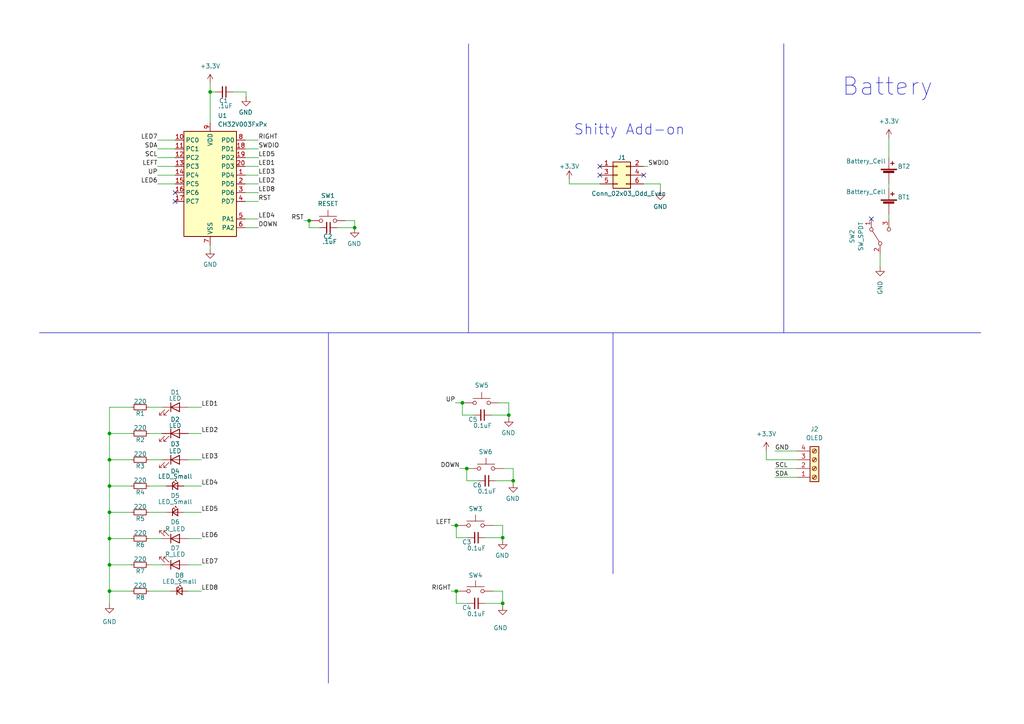
<source format=kicad_sch>
(kicad_sch (version 20231120) (generator "eeschema") (generator_version "8.0")
  (paper "A4")
  (title_block (title "bsides-sandiego") (date "2024-12-16") (rev "v1.0") (company "ElectronicCats") (comment 1 "Lizeth Gallegos") (comment 2 "Edgar Capuchino"))
  (lib_symbols
    (symbol "Connector:Screw_Terminal_01x04" (pin_names (offset 1.016) hide)
      (property "Reference" "J" (at 0 5.08 0))
      (property "Value" "Screw_Terminal_01x04" (at 0 -7.62 0))
      (symbol "Screw_Terminal_01x04_1_1"
        (rectangle (start -1.27 3.81) (end 1.27 -6.35) (stroke (width 0.254)) (fill (type background)))
        (circle (center 0 -5.08) (radius 0.635) (stroke (width 0.1524)))
        (circle (center 0 -2.54) (radius 0.635) (stroke (width 0.1524)))
        (polyline (pts (xy -0.5334 -4.7498) (xy 0.3302 -5.588)) (stroke (width 0.1524)))
        (polyline (pts (xy -0.5334 -2.2098) (xy 0.3302 -3.048)) (stroke (width 0.1524)))
        (polyline (pts (xy -0.5334 0.3302) (xy 0.3302 -0.508)) (stroke (width 0.1524)))
        (polyline (pts (xy -0.5334 2.8702) (xy 0.3302 2.032)) (stroke (width 0.1524)))
        (polyline (pts (xy -0.3556 -4.572) (xy 0.508 -5.4102)) (stroke (width 0.1524)))
        (polyline (pts (xy -0.3556 -2.032) (xy 0.508 -2.8702)) (stroke (width 0.1524)))
        (polyline (pts (xy -0.3556 0.508) (xy 0.508 -0.3302)) (stroke (width 0.1524)))
        (polyline (pts (xy -0.3556 3.048) (xy 0.508 2.2098)) (stroke (width 0.1524)))
        (circle (center 0 0) (radius 0.635) (stroke (width 0.1524)))
        (circle (center 0 2.54) (radius 0.635) (stroke (width 0.1524)))
        (pin passive line (at -5.08 2.54 0) (length 3.81) (name "Pin_1") (number "1"))
        (pin passive line (at -5.08 0 0) (length 3.81) (name "Pin_2") (number "2"))
        (pin passive line (at -5.08 -2.54 0) (length 3.81) (name "Pin_3") (number "3"))
        (pin passive line (at -5.08 -5.08 0) (length 3.81) (name "Pin_4") (number "4"))
      )
    )
    (symbol "Connector_Generic:Conn_02x03_Odd_Even" (pin_names (offset 1.016) hide)
      (property "Reference" "J" (at 1.27 5.08 0))
      (property "Value" "Conn_02x03_Odd_Even" (at 1.27 -5.08 0))
      (symbol "Conn_02x03_Odd_Even_1_1"
        (rectangle (start -1.27 -2.413) (end 0 -2.667) (stroke (width 0.1524)))
        (rectangle (start -1.27 0.127) (end 0 -0.127) (stroke (width 0.1524)))
        (rectangle (start -1.27 2.667) (end 0 2.413) (stroke (width 0.1524)))
        (rectangle (start -1.27 3.81) (end 3.81 -3.81) (stroke (width 0.254)) (fill (type background)))
        (rectangle (start 3.81 -2.413) (end 2.54 -2.667) (stroke (width 0.1524)))
        (rectangle (start 3.81 0.127) (end 2.54 -0.127) (stroke (width 0.1524)))
        (rectangle (start 3.81 2.667) (end 2.54 2.413) (stroke (width 0.1524)))
        (pin passive line (at -5.08 2.54 0) (length 3.81) (name "Pin_1") (number "1"))
        (pin passive line (at 7.62 2.54 180) (length 3.81) (name "Pin_2") (number "2"))
        (pin passive line (at -5.08 0 0) (length 3.81) (name "Pin_3") (number "3"))
        (pin passive line (at 7.62 0 180) (length 3.81) (name "Pin_4") (number "4"))
        (pin passive line (at -5.08 -2.54 0) (length 3.81) (name "Pin_5") (number "5"))
        (pin passive line (at 7.62 -2.54 180) (length 3.81) (name "Pin_6") (number "6"))
      )
    )
    (symbol "Device:Battery_Cell" (pin_numbers hide) (pin_names (offset 0) hide)
      (property "Reference" "BT1" (at 2.54 2.54 0))
      (property "Value" "Battery_Cell" (at -12.446 4.064 0))
      (symbol "Battery_Cell_0_1"
        (rectangle (start -2.286 1.778) (end 2.286 1.524) (fill (type outline)))
        (rectangle (start -1.5748 1.1938) (end 1.4732 0.6858) (fill (type outline)))
        (polyline (pts (xy 0 0.762) (xy 0 0)))
        (polyline (pts (xy 0 1.778) (xy 0 2.54)))
        (polyline (pts (xy 0.508 3.429) (xy 1.524 3.429)) (stroke (width 0.254)))
        (polyline (pts (xy 1.016 3.937) (xy 1.016 2.921)) (stroke (width 0.254)))
      )
      (symbol "Battery_Cell_1_1"
        (pin passive line (at 0 -2.54 90) (length 2.54) (name "-") (number "1"))
        (pin passive line (at 0 5.08 270) (length 2.54) (name "+") (number "2"))
      )
    )
    (symbol "Device:C_Small" (pin_numbers hide) (pin_names (offset 0.254) hide)
      (property "Reference" "C" (at 0.254 1.778 0))
      (property "Value" "C_Small" (at 0.254 -2.032 0))
      (symbol "C_Small_0_1"
        (polyline (pts (xy -1.524 -0.508) (xy 1.524 -0.508)) (stroke (width 0.3302)))
        (polyline (pts (xy -1.524 0.508) (xy 1.524 0.508)) (stroke (width 0.3048)))
      )
      (symbol "C_Small_1_1"
        (pin passive line (at 0 2.54 270) (length 2.032) (name "~") (number "1"))
        (pin passive line (at 0 -2.54 90) (length 2.032) (name "~") (number "2"))
      )
    )
    (symbol "Device:LED" (pin_numbers hide) (pin_names (offset 1.016) hide)
      (property "Reference" "D" (at 0 2.54 0))
      (property "Value" "LED" (at 0 -2.54 0))
      (symbol "LED_0_1"
        (polyline (pts (xy -1.27 -1.27) (xy -1.27 1.27)) (stroke (width 0.254)))
        (polyline (pts (xy -1.27 0) (xy 1.27 0)))
        (polyline (pts (xy 1.27 -1.27) (xy 1.27 1.27) (xy -1.27 0) (xy 1.27 -1.27)) (stroke (width 0.254)))
        (polyline (pts (xy -3.048 -0.762) (xy -4.572 -2.286) (xy -3.81 -2.286) (xy -4.572 -2.286) (xy -4.572 -1.524)))
        (polyline (pts (xy -1.778 -0.762) (xy -3.302 -2.286) (xy -2.54 -2.286) (xy -3.302 -2.286) (xy -3.302 -1.524)))
      )
      (symbol "LED_1_1"
        (pin passive line (at -3.81 0 0) (length 2.54) (name "K") (number "1"))
        (pin passive line (at 3.81 0 180) (length 2.54) (name "A") (number "2"))
      )
    )
    (symbol "Device:LED_Small" (pin_numbers hide) (pin_names (offset 0.254) hide)
      (property "Reference" "D" (at -1.27 3.175 0))
      (property "Value" "LED_Small" (at -4.445 -2.54 0))
      (symbol "LED_Small_0_1"
        (polyline (pts (xy -0.762 -1.016) (xy -0.762 1.016)) (stroke (width 0.254)))
        (polyline (pts (xy 1.016 0) (xy -0.762 0)))
        (polyline (pts (xy 0.762 -1.016) (xy -0.762 0) (xy 0.762 1.016) (xy 0.762 -1.016)) (stroke (width 0.254)))
        (polyline (pts (xy 0 0.762) (xy -0.508 1.27) (xy -0.254 1.27) (xy -0.508 1.27) (xy -0.508 1.016)))
        (polyline (pts (xy 0.508 1.27) (xy 0 1.778) (xy 0.254 1.778) (xy 0 1.778) (xy 0 1.524)))
      )
      (symbol "LED_Small_1_1"
        (pin passive line (at -2.54 0 0) (length 1.778) (name "K") (number "1"))
        (pin passive line (at 2.54 0 180) (length 1.778) (name "A") (number "2"))
      )
    )
    (symbol "Device:R_Small" (pin_numbers hide) (pin_names (offset 0.254) hide)
      (property "Reference" "R" (at 0.762 0.508 0))
      (property "Value" "R_Small" (at 0.762 -1.016 0))
      (symbol "R_Small_0_1"
        (rectangle (start -0.762 1.778) (end 0.762 -1.778) (stroke (width 0.2032)))
      )
      (symbol "R_Small_1_1"
        (pin passive line (at 0 2.54 270) (length 0.762) (name "~") (number "1"))
        (pin passive line (at 0 -2.54 90) (length 0.762) (name "~") (number "2"))
      )
    )
    (symbol "MCU_WCH_CH32V0:CH32V003FxPx"
      (property "Reference" "U" (at -7.62 17.78 0))
      (property "Value" "CH32V003FxPx" (at 7.62 17.78 0))
      (symbol "CH32V003FxPx_1_1"
        (rectangle (start -7.62 15.24) (end 7.62 -15.24) (stroke (width 0.254)) (fill (type background)))
        (pin bidirectional line (at 10.16 2.54 180) (length 2.54) (name "PD4") (number "1"))
        (pin bidirectional line (at -10.16 12.7 0) (length 2.54) (name "PC0") (number "10"))
        (pin bidirectional line (at -10.16 10.16 0) (length 2.54) (name "PC1") (number "11"))
        (pin bidirectional line (at -10.16 7.62 0) (length 2.54) (name "PC2") (number "12"))
        (pin bidirectional line (at -10.16 5.08 0) (length 2.54) (name "PC3") (number "13"))
        (pin bidirectional line (at -10.16 2.54 0) (length 2.54) (name "PC4") (number "14"))
        (pin bidirectional line (at -10.16 0 0) (length 2.54) (name "PC5") (number "15"))
        (pin bidirectional line (at -10.16 -2.54 0) (length 2.54) (name "PC6") (number "16"))
        (pin bidirectional line (at -10.16 -5.08 0) (length 2.54) (name "PC7") (number "17"))
        (pin bidirectional line (at 10.16 10.16 180) (length 2.54) (name "PD1") (number "18"))
        (pin bidirectional line (at 10.16 7.62 180) (length 2.54) (name "PD2") (number "19"))
        (pin bidirectional line (at 10.16 0 180) (length 2.54) (name "PD5") (number "2"))
        (pin bidirectional line (at 10.16 5.08 180) (length 2.54) (name "PD3") (number "20"))
        (pin bidirectional line (at 10.16 -2.54 180) (length 2.54) (name "PD6") (number "3"))
        (pin bidirectional line (at 10.16 -5.08 180) (length 2.54) (name "PD7") (number "4"))
        (pin bidirectional line (at 10.16 -10.16 180) (length 2.54) (name "PA1") (number "5"))
        (pin bidirectional line (at 10.16 -12.7 180) (length 2.54) (name "PA2") (number "6"))
        (pin power_in line (at 0 -17.78 90) (length 2.54) (name "VSS") (number "7"))
        (pin bidirectional line (at 10.16 12.7 180) (length 2.54) (name "PD0") (number "8"))
        (pin power_in line (at 0 17.78 270) (length 2.54) (name "VDD") (number "9"))
      )
    )
    (symbol "Switch:SW_Push" (pin_numbers hide) (pin_names (offset 1.016) hide)
      (property "Reference" "SW" (at 1.27 2.54 0))
      (property "Value" "SW_Push" (at 0 -1.524 0))
      (symbol "SW_Push_0_1"
        (circle (center -2.032 0) (radius 0.508))
        (polyline (pts (xy 0 1.27) (xy 0 3.048)))
        (polyline (pts (xy 2.54 1.27) (xy -2.54 1.27)))
        (circle (center 2.032 0) (radius 0.508))
        (pin passive line (at -5.08 0 0) (length 2.54) (name "1") (number "1"))
        (pin passive line (at 5.08 0 180) (length 2.54) (name "2") (number "2"))
      )
    )
    (symbol "Switch:SW_SPDT" (pin_names (offset 0) hide)
      (property "Reference" "SW" (at 0 4.318 0))
      (property "Value" "SW_SPDT" (at 0 -5.08 0))
      (symbol "SW_SPDT_0_0"
        (circle (center -2.032 0) (radius 0.508))
        (circle (center 2.032 -2.54) (radius 0.508))
      )
      (symbol "SW_SPDT_0_1"
        (polyline (pts (xy -1.524 0.254) (xy 1.651 2.286)))
        (circle (center 2.032 2.54) (radius 0.508))
      )
      (symbol "SW_SPDT_1_1"
        (pin passive line (at 5.08 2.54 180) (length 2.54) (name "A") (number "1"))
        (pin passive line (at -5.08 0 0) (length 2.54) (name "B") (number "2"))
        (pin passive line (at 5.08 -2.54 180) (length 2.54) (name "C") (number "3"))
      )
    )
    (symbol "power:+3.3V" (power) (pin_names (offset 0))
      (property "Value" "+3.3V" (at 0 3.556 0))
      (symbol "+3.3V_0_1"
        (polyline (pts (xy -0.762 1.27) (xy 0 2.54)))
        (polyline (pts (xy 0 0) (xy 0 2.54)))
        (polyline (pts (xy 0 2.54) (xy 0.762 1.27)))
      )
      (symbol "+3.3V_1_1"
        (pin power_in line (at 0 0 90) (length 0) hide (name "+3.3V") (number "1"))
      )
    )
    (symbol "power:GND" (power) (pin_numbers hide) (pin_names (offset 0) hide)
      (property "Value" "GND" (at 0 -3.81 0))
      (symbol "GND_0_1"
        (polyline (pts (xy 0 0) (xy 0 -1.27) (xy 1.27 -1.27) (xy 0 -2.54) (xy -1.27 -1.27) (xy 0 -1.27)))
      )
      (symbol "GND_1_1"
        (pin power_in line (at 0 0 270) (length 0) (name "~") (number "1"))
      )
    )
  )
  (junction (at 31.75 171.45))
  (junction (at 132.334 171.45))
  (junction (at 147.574 120.396))
  (junction (at 132.334 152.4))
  (junction (at 31.75 140.97))
  (junction (at 89.662 64.008))
  (junction (at 145.796 175.006))
  (junction (at 31.75 125.73))
  (junction (at 31.75 148.59))
  (junction (at 31.75 133.35))
  (junction (at 102.87 66.04))
  (junction (at 134.112 116.84))
  (junction (at 31.75 163.83))
  (junction (at 145.796 155.956))
  (junction (at 31.75 156.21))
  (junction (at 60.96 26.67))
  (junction (at 135.382 135.89))
  (junction (at 148.844 139.446))
  (no_connect (at 50.8 55.88))
  (no_connect (at 173.99 48.26))
  (no_connect (at 50.8 58.42))
  (no_connect (at 252.73 63.5))
  (no_connect (at 173.99 50.8))
  (no_connect (at 186.69 50.8))
  (wire (pts (xy 74.93 50.8) (xy 71.12 50.8)))
  (wire (pts (xy 74.93 58.42) (xy 71.12 58.42)))
  (wire (pts (xy 31.75 163.83) (xy 38.1 163.83)))
  (wire (pts (xy 58.42 140.97) (xy 53.34 140.97)))
  (polyline (pts (xy 135.89 12.7) (xy 135.89 96.52)))
  (wire (pts (xy 62.484 26.67) (xy 60.96 26.67)))
  (wire (pts (xy 138.684 139.446) (xy 135.382 139.446)))
  (wire (pts (xy 222.25 130.81) (xy 222.25 133.35)))
  (wire (pts (xy 31.75 171.45) (xy 31.75 175.26)))
  (wire (pts (xy 38.1 118.11) (xy 31.75 118.11)))
  (wire (pts (xy 187.96 48.26) (xy 186.69 48.26)))
  (wire (pts (xy 58.42 171.45) (xy 54.61 171.45)))
  (wire (pts (xy 58.42 133.35) (xy 54.61 133.35)))
  (wire (pts (xy 146.05 135.89) (xy 148.844 135.89)))
  (wire (pts (xy 135.382 135.89) (xy 133.35 135.89)))
  (wire (pts (xy 148.844 139.446) (xy 143.764 139.446)))
  (wire (pts (xy 257.81 40.132) (xy 257.81 45.72)))
  (wire (pts (xy 165.1 53.34) (xy 173.99 53.34)))
  (wire (pts (xy 132.334 152.4) (xy 130.81 152.4)))
  (wire (pts (xy 45.72 50.8) (xy 50.8 50.8)))
  (polyline (pts (xy 227.33 12.7) (xy 227.33 96.52)))
  (wire (pts (xy 74.93 53.34) (xy 71.12 53.34)))
  (wire (pts (xy 71.374 28.194) (xy 71.374 26.67)))
  (wire (pts (xy 60.96 26.67) (xy 60.96 35.56)))
  (wire (pts (xy 45.72 48.26) (xy 50.8 48.26)))
  (wire (pts (xy 222.25 133.35) (xy 231.14 133.35)))
  (wire (pts (xy 58.42 125.73) (xy 54.61 125.73)))
  (wire (pts (xy 74.93 43.18) (xy 71.12 43.18)))
  (wire (pts (xy 43.18 118.11) (xy 46.99 118.11)))
  (wire (pts (xy 92.71 66.04) (xy 89.662 66.04)))
  (wire (pts (xy 137.414 120.396) (xy 134.112 120.396)))
  (wire (pts (xy 132.842 152.4) (xy 132.334 152.4)))
  (wire (pts (xy 135.636 175.006) (xy 132.334 175.006)))
  (wire (pts (xy 89.662 64.008) (xy 89.662 66.04)))
  (wire (pts (xy 147.574 120.396) (xy 142.494 120.396)))
  (wire (pts (xy 90.043 64.008) (xy 89.662 64.008)))
  (wire (pts (xy 224.79 130.81) (xy 231.14 130.81)))
  (wire (pts (xy 31.75 156.21) (xy 31.75 163.83)))
  (wire (pts (xy 132.334 155.956) (xy 132.334 152.4)))
  (wire (pts (xy 257.81 54.61) (xy 257.81 53.34)))
  (wire (pts (xy 58.42 118.11) (xy 54.61 118.11)))
  (wire (pts (xy 31.75 163.83) (xy 31.75 171.45)))
  (wire (pts (xy 100.203 64.008) (xy 102.87 64.008)))
  (wire (pts (xy 43.18 156.21) (xy 46.99 156.21)))
  (wire (pts (xy 58.42 148.59) (xy 53.34 148.59)))
  (wire (pts (xy 132.842 171.45) (xy 132.334 171.45)))
  (wire (pts (xy 43.18 148.59) (xy 48.26 148.59)))
  (wire (pts (xy 147.574 120.396) (xy 147.574 121.158)))
  (wire (pts (xy 74.93 63.5) (xy 71.12 63.5)))
  (wire (pts (xy 165.1 52.07) (xy 165.1 53.34)))
  (wire (pts (xy 144.78 116.84) (xy 147.574 116.84)))
  (wire (pts (xy 145.796 175.006) (xy 140.716 175.006)))
  (wire (pts (xy 31.75 156.21) (xy 38.1 156.21)))
  (wire (pts (xy 45.72 45.72) (xy 50.8 45.72)))
  (wire (pts (xy 145.796 152.4) (xy 145.796 155.956)))
  (wire (pts (xy 74.93 48.26) (xy 71.12 48.26)))
  (wire (pts (xy 31.75 171.45) (xy 38.1 171.45)))
  (polyline (pts (xy 177.8 96.52) (xy 177.8 166.37)))
  (wire (pts (xy 102.87 64.008) (xy 102.87 66.04)))
  (wire (pts (xy 31.75 133.35) (xy 31.75 140.97)))
  (wire (pts (xy 31.75 133.35) (xy 38.1 133.35)))
  (wire (pts (xy 145.796 155.956) (xy 140.716 155.956)))
  (wire (pts (xy 135.89 135.89) (xy 135.382 135.89)))
  (wire (pts (xy 134.112 116.84) (xy 132.08 116.84)))
  (wire (pts (xy 31.75 148.59) (xy 38.1 148.59)))
  (wire (pts (xy 31.75 140.97) (xy 31.75 148.59)))
  (wire (pts (xy 43.18 125.73) (xy 46.99 125.73)))
  (wire (pts (xy 135.636 155.956) (xy 132.334 155.956)))
  (wire (pts (xy 257.81 63.5) (xy 257.81 62.23)))
  (wire (pts (xy 45.72 40.64) (xy 50.8 40.64)))
  (wire (pts (xy 132.334 175.006) (xy 132.334 171.45)))
  (wire (pts (xy 135.382 139.446) (xy 135.382 135.89)))
  (wire (pts (xy 143.002 171.45) (xy 145.796 171.45)))
  (wire (pts (xy 102.87 66.04) (xy 97.79 66.04)))
  (wire (pts (xy 145.796 155.956) (xy 145.796 156.718)))
  (wire (pts (xy 134.62 116.84) (xy 134.112 116.84)))
  (wire (pts (xy 60.96 24.13) (xy 60.96 26.67)))
  (polyline (pts (xy 95.25 96.52) (xy 95.25 198.12)))
  (wire (pts (xy 132.334 171.45) (xy 130.81 171.45)))
  (polyline (pts (xy 11.43 96.52) (xy 284.48 96.52)))
  (wire (pts (xy 224.79 135.89) (xy 231.14 135.89)))
  (wire (pts (xy 134.112 120.396) (xy 134.112 116.84)))
  (wire (pts (xy 43.18 140.97) (xy 48.26 140.97)))
  (wire (pts (xy 89.662 64.008) (xy 88.138 64.008)))
  (wire (pts (xy 74.93 45.72) (xy 71.12 45.72)))
  (wire (pts (xy 58.42 156.21) (xy 54.61 156.21)))
  (wire (pts (xy 31.75 125.73) (xy 38.1 125.73)))
  (wire (pts (xy 43.18 133.35) (xy 46.99 133.35)))
  (wire (pts (xy 147.574 116.84) (xy 147.574 120.396)))
  (wire (pts (xy 31.75 125.73) (xy 31.75 133.35)))
  (wire (pts (xy 255.27 73.66) (xy 255.27 77.47)))
  (wire (pts (xy 71.374 26.67) (xy 67.564 26.67)))
  (wire (pts (xy 74.93 66.04) (xy 71.12 66.04)))
  (wire (pts (xy 143.002 152.4) (xy 145.796 152.4)))
  (wire (pts (xy 43.18 171.45) (xy 49.53 171.45)))
  (wire (pts (xy 60.96 72.39) (xy 60.96 71.12)))
  (wire (pts (xy 145.796 171.45) (xy 145.796 175.006)))
  (wire (pts (xy 45.72 53.34) (xy 50.8 53.34)))
  (wire (pts (xy 191.516 55.372) (xy 191.516 53.34)))
  (wire (pts (xy 186.69 53.34) (xy 191.516 53.34)))
  (wire (pts (xy 145.796 175.006) (xy 145.796 175.768)))
  (wire (pts (xy 45.72 43.18) (xy 50.8 43.18)))
  (wire (pts (xy 31.75 118.11) (xy 31.75 125.73)))
  (wire (pts (xy 148.844 135.89) (xy 148.844 139.446)))
  (wire (pts (xy 74.93 55.88) (xy 71.12 55.88)))
  (wire (pts (xy 43.18 163.83) (xy 46.99 163.83)))
  (wire (pts (xy 148.844 139.446) (xy 148.844 140.208)))
  (wire (pts (xy 58.42 163.83) (xy 54.61 163.83)))
  (wire (pts (xy 224.79 138.43) (xy 231.14 138.43)))
  (wire (pts (xy 74.93 40.64) (xy 71.12 40.64)))
  (wire (pts (xy 102.87 66.04) (xy 102.87 66.294)))
  (wire (pts (xy 31.75 140.97) (xy 38.1 140.97)))
  (wire (pts (xy 31.75 148.59) (xy 31.75 156.21)))
  (text "Shitty Add-on\n" (at 166.37 39.497 0) (effects (font (size 3 3)) (justify left bottom)))
  (text "Battery" (at 244.094 28.194 0) (effects (font (size 5 5)) (justify left bottom)))
  (label "RST" (at 74.93 58.42 0))
  (label "LED1" (at 58.42 118.11 0))
  (label "LED7" (at 58.42 163.83 0))
  (label "LED5" (at 58.42 148.59 0))
  (label "SDA" (at 224.79 138.43 0))
  (label "LED7" (at 45.72 40.64 180))
  (label "LED4" (at 58.42 140.97 0))
  (label "SCL" (at 45.72 45.72 180))
  (label "LED2" (at 74.93 53.34 0))
  (label "LED8" (at 74.93 55.88 0))
  (label "DOWN" (at 74.93 66.04 0))
  (label "LED6" (at 58.42 156.21 0))
  (label "LED8" (at 58.42 171.45 0))
  (label "LED3" (at 74.93 50.8 0))
  (label "SWDIO" (at 74.93 43.18 0))
  (label "RST" (at 88.138 64.008 180))
  (label "LEFT" (at 45.72 48.26 180))
  (label "LED6" (at 45.72 53.34 180))
  (label "LED3" (at 58.42 133.35 0))
  (label "SDA" (at 45.72 43.18 180))
  (label "LED4" (at 74.93 63.5 0))
  (label "UP" (at 45.72 50.8 180))
  (label "RIGHT" (at 74.93 40.64 0))
  (label "UP" (at 132.08 116.84 180))
  (label "LED2" (at 58.42 125.73 0))
  (label "RIGHT" (at 130.81 171.45 180))
  (label "GND" (at 224.79 130.81 0))
  (label "SWDIO" (at 187.96 48.26 0))
  (label "LED5" (at 74.93 45.72 0))
  (label "SCL" (at 224.79 135.89 0))
  (label "LED1" (at 74.93 48.26 0))
  (label "LEFT" (at 130.81 152.4 180))
  (label "DOWN" (at 133.35 135.89 180))
  (symbol (lib_id "Device:C_Small") (at 139.954 120.396 270) (mirror x) (unit 1)
    (property "Reference" "C5" (at 137.16 121.666 90))
    (property "Value" "0.1uF" (at 139.954 123.444 90))
    (property "Footprint" "Capacitor_SMD:C_0603_1608Metric" (effects (hide yes)))
    (property "Description" "Unpolarized capacitor, small symbol" (effects (hide yes)))
    (property "LCSC#" "C478888" (effects (hide yes)))
    (property "Proveedor" "JLCPCB" (effects (hide yes)))
  )
  (symbol (lib_id "Switch:SW_Push") (at 137.922 152.4 0) (mirror y) (unit 1)
    (property "Reference" "SW3" (at 137.922 147.574 0))
    (property "Value" "~" (at 137.922 147.4724 0))
    (property "Footprint" "Button_Switch_SMD:SW_SPST_TL3342" (effects (hide yes)))
    (property "Datasheet" "https://datasheet.lcsc.com/lcsc/2205161616_E-Switch-TL3342F450QG_C2886897.pdf" (effects (hide yes)))
    (property "manf#" "TL3342F160QG" (effects (hide yes)))
    (property "LCSC#" "C318889" (effects (hide yes)))
    (property "provedor" "LCSC" (effects (hide yes)))
    (property "Proveedor" "JLCPCB" (effects (hide yes)))
  )
  (symbol (lib_id "power:GND") (at 145.796 175.768 0) (mirror y) (unit 1)
    (property "Reference" "#PWR012" (effects (hide yes)))
    (property "Value" "GND" (at 145.161 182.118 0))
  )
  (symbol (lib_id "Device:R_Small") (at 40.64 148.59 270) (unit 1)
    (property "Reference" "R5" (at 40.6908 150.4188 90))
    (property "Value" "220" (at 40.6654 146.939 90))
    (property "Footprint" "Resistor_SMD:R_0603_1608Metric" (effects (hide yes)))
    (property "LCSC#" "C22962" (effects (hide yes)))
    (property "Proveedor" "Digikey" (effects (hide yes)))
  )
  (symbol (lib_id "Device:R_Small") (at 40.64 140.97 270) (unit 1)
    (property "Reference" "R4" (at 40.6908 142.7988 90))
    (property "Value" "220" (at 40.6654 139.319 90))
    (property "Footprint" "Resistor_SMD:R_0603_1608Metric" (effects (hide yes)))
    (property "LCSC#" "C22962" (effects (hide yes)))
    (property "Proveedor" "Digikey" (effects (hide yes)))
  )
  (symbol (lib_id "power:+3.3V") (at 257.81 40.132 0) (unit 1)
    (property "Reference" "#PWR08" (effects (hide yes)))
    (property "Value" "+3.3V" (at 257.81 35.179 0))
  )
  (symbol (lib_id "Device:LED") (at 50.8 125.73 0) (unit 1)
    (property "Reference" "D2" (at 50.8 121.666 0))
    (property "Value" "LED" (at 50.8 123.444 0))
    (property "Footprint" "LED_SMD:LED_0402_1005Metric" (effects (hide yes)))
    (property "Description" "Light emitting diode" (effects (hide yes)))
    (property "LCSC#" "C434450" (effects (hide yes)))
  )
  (symbol (lib_id "Device:LED") (at 50.8 163.83 0) (mirror x) (unit 1)
    (property "Reference" "D7" (at 50.8 159.004 0))
    (property "Value" "R_LED" (at 50.8 160.782 0))
    (property "Footprint" "Footprints:LYT77K-K2M1" (effects (hide yes)))
    (property "Datasheet" "https://dammedia.osram.info/media/resource/hires/osram-dam-2492860/LY%20T776.pdf" (effects (hide yes)))
    (property "manf#" "XZCWD45S-9" (effects (hide yes)))
    (property "Proveedor" "Digikey" (effects (hide yes)))
  )
  (symbol (lib_id "Device:C_Small") (at 138.176 175.006 270) (mirror x) (unit 1)
    (property "Reference" "C4" (at 135.382 176.276 90))
    (property "Value" "0.1uF" (at 138.176 178.054 90))
    (property "Footprint" "Capacitor_SMD:C_0603_1608Metric" (effects (hide yes)))
    (property "Description" "Unpolarized capacitor, small symbol" (effects (hide yes)))
    (property "LCSC#" "C478888" (effects (hide yes)))
    (property "Proveedor" "JLCPCB" (effects (hide yes)))
  )
  (symbol (lib_id "power:GND") (at 71.374 28.194 0) (mirror y) (unit 1)
    (property "Reference" "#PWR03" (effects (hide yes)))
    (property "Value" "GND" (at 71.247 32.5882 0))
  )
  (symbol (lib_id "power:GND") (at 148.844 140.208 0) (mirror y) (unit 1)
    (property "Reference" "#PWR014" (effects (hide yes)))
    (property "Value" "GND" (at 148.717 144.6022 0))
  )
  (symbol (lib_id "Device:LED") (at 50.8 156.21 0) (mirror x) (unit 1)
    (property "Reference" "D6" (at 50.8 151.384 0))
    (property "Value" "R_LED" (at 50.8 153.416 0))
    (property "Footprint" "Footprints:LYT77K-K2M1" (effects (hide yes)))
    (property "Datasheet" "https://dammedia.osram.info/media/resource/hires/osram-dam-2492860/LY%20T776.pdf" (effects (hide yes)))
    (property "manf#" "XZCWD45S-9" (effects (hide yes)))
    (property "Proveedor" "Digikey" (effects (hide yes)))
  )
  (symbol (lib_id "power:GND") (at 102.87 66.294 0) (mirror y) (unit 1)
    (property "Reference" "#PWR04" (effects (hide yes)))
    (property "Value" "GND" (at 102.743 70.6882 0))
  )
  (symbol (lib_id "power:GND") (at 147.574 121.158 0) (mirror y) (unit 1)
    (property "Reference" "#PWR013" (effects (hide yes)))
    (property "Value" "GND" (at 147.447 125.5522 0))
  )
  (symbol (lib_id "Device:C_Small") (at 138.176 155.956 270) (mirror x) (unit 1)
    (property "Reference" "C3" (at 135.382 157.226 90))
    (property "Value" "0.1uF" (at 138.176 159.004 90))
    (property "Footprint" "Capacitor_SMD:C_0603_1608Metric" (effects (hide yes)))
    (property "Description" "Unpolarized capacitor, small symbol" (effects (hide yes)))
    (property "LCSC#" "C478888" (effects (hide yes)))
    (property "Proveedor" "JLCPCB" (effects (hide yes)))
  )
  (symbol (lib_id "Device:LED") (at 50.8 133.35 0) (unit 1)
    (property "Reference" "D3" (at 50.8 128.778 0))
    (property "Value" "LED" (at 50.8 130.81 0))
    (property "Footprint" "LED_SMD:LED_0603_1608Metric" (effects (hide yes)))
    (property "Description" "Light emitting diode" (effects (hide yes)))
    (property "LCSC#" "C434424" (effects (hide yes)))
  )
  (symbol (lib_id "Device:LED") (at 50.8 118.11 0) (unit 1)
    (property "Reference" "D1" (at 50.8 113.792 0))
    (property "Value" "LED" (at 50.8 115.57 0))
    (property "Footprint" "LED_SMD:LED_0201_0603Metric" (effects (hide yes)))
    (property "Description" "Light emitting diode" (effects (hide yes)))
    (property "LCSC#" "C5440628" (effects (hide yes)))
  )
  (symbol (lib_id "Switch:SW_SPDT") (at 255.27 68.58 90) (unit 1)
    (property "Reference" "SW2" (at 247.142 68.58 0))
    (property "Value" "SW_SPDT" (at 249.682 68.58 0))
    (property "Footprint" "Footprints:MSK12C02" (effects (hide yes)))
    (property "LCSC#" "C431540" (effects (hide yes)))
  )
  (symbol (lib_id "Device:R_Small") (at 40.64 133.35 270) (unit 1)
    (property "Reference" "R3" (at 40.6908 135.1788 90))
    (property "Value" "220" (at 40.6654 131.699 90))
    (property "Footprint" "Resistor_SMD:R_0603_1608Metric" (effects (hide yes)))
    (property "LCSC#" "C22962" (effects (hide yes)))
    (property "Proveedor" "Digikey" (effects (hide yes)))
  )
  (symbol (lib_id "Device:Battery_Cell") (at 257.81 59.69 0) (unit 1)
    (property "Reference" "BT1" (at 260.35 57.15 0) (effects (justify left)))
    (property "Value" "Battery_Cell" (at 245.364 55.626 0) (effects (justify left)))
    (property "Footprint" "Battery:BatteryHolder_Keystone_2466_1xAAA" (effects (hide yes)))
    (property "LCSC#" "C5290189 " (effects (hide yes)))
    (property "manf#" "BH-AAA-A1AJ001 " (effects (hide yes)))
  )
  (symbol (lib_id "Device:LED_Small") (at 50.8 148.59 0) (unit 1)
    (property "Reference" "D5" (at 50.8 143.764 0))
    (property "Value" "LED_Small" (at 50.8 145.542 0))
    (property "Footprint" "Footprints:LED_S" (effects (hide yes)))
    (property "LCSC#" "C2886268" (effects (hide yes)))
  )
  (symbol (lib_id "Device:R_Small") (at 40.64 163.83 270) (unit 1)
    (property "Reference" "R7" (at 40.6908 165.6588 90))
    (property "Value" "220" (at 40.6654 162.179 90))
    (property "Footprint" "Resistor_SMD:R_0603_1608Metric" (effects (hide yes)))
    (property "LCSC#" "C22962" (effects (hide yes)))
    (property "Proveedor" "Digikey" (effects (hide yes)))
  )
  (symbol (lib_id "Device:LED_Small") (at 50.8 140.97 0) (unit 1)
    (property "Reference" "D4" (at 50.8 136.652 0))
    (property "Value" "LED_Small" (at 50.8 138.176 0))
    (property "Footprint" "Footprints:LED_S" (effects (hide yes)))
    (property "LCSC#" "C2886268" (effects (hide yes)))
  )
  (symbol (lib_id "power:+3.3V") (at 60.96 24.13 0) (unit 1)
    (property "Reference" "#PWR01" (effects (hide yes)))
    (property "Value" "+3.3V" (at 60.96 19.177 0))
  )
  (symbol (lib_id "Switch:SW_Push") (at 137.922 171.45 0) (mirror y) (unit 1)
    (property "Reference" "SW4" (at 137.922 166.878 0))
    (property "Footprint" "Button_Switch_SMD:SW_SPST_TL3342" (effects (hide yes)))
    (property "Datasheet" "https://datasheet.lcsc.com/lcsc/2205161616_E-Switch-TL3342F450QG_C2886897.pdf" (effects (hide yes)))
    (property "manf#" "TL3342F160QG" (effects (hide yes)))
    (property "LCSC#" "C318889" (effects (hide yes)))
    (property "provedor" "LCSC" (effects (hide yes)))
    (property "Proveedor" "JLCPCB" (effects (hide yes)))
  )
  (symbol (lib_id "Device:R_Small") (at 40.64 171.45 270) (unit 1)
    (property "Reference" "R8" (at 40.6908 173.2788 90))
    (property "Value" "220" (at 40.6654 169.799 90))
    (property "Footprint" "Resistor_SMD:R_0603_1608Metric" (effects (hide yes)))
    (property "LCSC#" "C22962" (effects (hide yes)))
    (property "Proveedor" "Digikey" (effects (hide yes)))
  )
  (symbol (lib_id "power:GND") (at 31.75 175.26 0) (unit 1)
    (property "Reference" "#PWR09" (effects (hide yes)))
    (property "Value" "GND" (at 31.75 180.34 0))
  )
  (symbol (lib_id "MCU_WCH_CH32V0:CH32V003FxPx") (at 60.96 53.34 0) (unit 1)
    (property "Reference" "U1" (at 63.1541 33.528 0) (effects (justify left)))
    (property "Value" "CH32V003FxPx" (at 63.1541 36.068 0) (effects (justify left)))
    (property "Footprint" "Package_SO:TSSOP-20_4.4x6.5mm_P0.65mm" (effects (hide yes)))
    (property "Datasheet" "https://www.wch-ic.com/products/CH32V003.html" (effects (hide yes)))
    (property "Description" "CH32V003 series are industrial-grade general-purpose microcontrollers designed based on 32-bit RISC-V instruction set and architecture. It adopts QingKe V2A core, RV32EC instruction set, and supports 2 levels of interrupt nesting. The series are mounted with rich peripheral interfaces and function modules. Its internal organizational structure meets the low-cost and low-power embedded application scenarios." (effects (hide yes)))
    (property "LCSC#" "C5187096" (effects (hide yes)))
    (property "Proveedor" "JLCPCB" (effects (hide yes)))
  )
  (symbol (lib_id "power:GND") (at 145.796 156.718 0) (mirror y) (unit 1)
    (property "Reference" "#PWR011" (effects (hide yes)))
    (property "Value" "GND" (at 145.669 161.1122 0))
  )
  (symbol (lib_id "Device:Battery_Cell") (at 257.81 50.8 0) (unit 1)
    (property "Reference" "BT2" (at 260.35 48.26 0) (effects (justify left)))
    (property "Value" "Battery_Cell" (at 245.364 46.736 0) (effects (justify left)))
    (property "Footprint" "Battery:BatteryHolder_Keystone_2466_1xAAA" (effects (hide yes)))
    (property "LCSC#" "C5290189 " (effects (hide yes)))
    (property "manf#" "BH-AAA-A1AJ001 " (effects (hide yes)))
  )
  (symbol (lib_id "power:+3.3V") (at 222.25 130.81 0) (unit 1)
    (property "Reference" "#PWR015" (effects (hide yes)))
    (property "Value" "+3.3V" (at 222.25 125.857 0))
  )
  (symbol (lib_id "Switch:SW_Push") (at 139.7 116.84 0) (mirror y) (unit 1)
    (property "Reference" "SW5" (at 139.7 111.76 0))
    (property "Footprint" "Button_Switch_SMD:SW_SPST_TL3342" (effects (hide yes)))
    (property "Datasheet" "https://datasheet.lcsc.com/lcsc/2205161616_E-Switch-TL3342F450QG_C2886897.pdf" (effects (hide yes)))
    (property "manf#" "TL3342F160QG" (effects (hide yes)))
    (property "LCSC#" "C318889" (effects (hide yes)))
    (property "provedor" "LCSC" (effects (hide yes)))
    (property "Proveedor" "JLCPCB" (effects (hide yes)))
  )
  (symbol (lib_id "Device:R_Small") (at 40.64 118.11 270) (unit 1)
    (property "Reference" "R1" (at 40.6908 119.9388 90))
    (property "Value" "220" (at 40.6654 116.459 90))
    (property "Footprint" "Resistor_SMD:R_0603_1608Metric" (effects (hide yes)))
    (property "LCSC#" "C22962" (effects (hide yes)))
    (property "Proveedor" "Digikey" (effects (hide yes)))
  )
  (symbol (lib_id "Device:C_Small") (at 65.024 26.67 270) (mirror x) (unit 1)
    (property "Reference" "C1" (at 63.5 29.21 90) (effects (justify left)))
    (property "Value" ".1uF" (at 63.246 30.734 90) (effects (justify left)))
    (property "Footprint" "Capacitor_SMD:C_0603_1608Metric" (effects (hide yes)))
    (property "manf#" "0603F104M500NT" (effects (hide yes)))
    (property "LCSC#" "C478888" (effects (hide yes)))
    (property "Proveedor" "LCSC" (effects (hide yes)))
  )
  (symbol (lib_id "Device:C_Small") (at 141.224 139.446 270) (mirror x) (unit 1)
    (property "Reference" "C6" (at 138.43 140.716 90))
    (property "Value" "0.1uF" (at 141.224 142.494 90))
    (property "Footprint" "Capacitor_SMD:C_0603_1608Metric" (effects (hide yes)))
    (property "Description" "Unpolarized capacitor, small symbol" (effects (hide yes)))
    (property "LCSC#" "C478888" (effects (hide yes)))
    (property "Proveedor" "JLCPCB" (effects (hide yes)))
  )
  (symbol (lib_id "power:GND") (at 255.27 77.47 0) (unit 1)
    (property "Reference" "#PWR07" (effects (hide yes)))
    (property "Value" "GND" (at 255.27 81.407 90) (effects (justify right)))
  )
  (symbol (lib_id "power:GND") (at 191.516 55.372 0) (unit 1)
    (property "Reference" "#PWR06" (effects (hide yes)))
    (property "Value" "GND" (at 191.516 59.944 0))
  )
  (symbol (lib_id "power:+3.3V") (at 165.1 52.07 0) (unit 1)
    (property "Reference" "#PWR05" (effects (hide yes)))
    (property "Value" "+3.3V" (at 165.1 48.26 0))
  )
  (symbol (lib_id "Connector_Generic:Conn_02x03_Odd_Even") (at 179.07 50.8 0) (unit 1)
    (property "Reference" "J1" (at 180.34 45.72 0))
    (property "Value" "Conn_02x03_Odd_Even" (at 182.372 56.134 0))
    (property "Footprint" "Connector_PinHeader_2.54mm:PinHeader_2x03_P2.54mm_Vertical_SMD" (effects (hide yes)))
    (property "LCSC#" "C3975148" (effects (hide yes)))
    (property "Proveedor" "JLCPCB" (effects (hide yes)))
  )
  (symbol (lib_id "Switch:SW_Push") (at 140.97 135.89 0) (mirror y) (unit 1)
    (property "Reference" "SW6" (at 140.843 131.064 0))
    (property "Footprint" "Button_Switch_SMD:SW_SPST_TL3342" (effects (hide yes)))
    (property "Datasheet" "https://datasheet.lcsc.com/lcsc/2205161616_E-Switch-TL3342F450QG_C2886897.pdf" (effects (hide yes)))
    (property "manf#" "TL3342F160QG" (effects (hide yes)))
    (property "LCSC#" "C318889" (effects (hide yes)))
    (property "provedor" "LCSC" (effects (hide yes)))
    (property "Proveedor" "JLCPCB" (effects (hide yes)))
  )
  (symbol (lib_id "Device:R_Small") (at 40.64 125.73 270) (unit 1)
    (property "Reference" "R2" (at 40.6908 127.5588 90))
    (property "Value" "220" (at 40.6654 124.079 90))
    (property "Footprint" "Resistor_SMD:R_0603_1608Metric" (effects (hide yes)))
    (property "LCSC#" "C22962" (effects (hide yes)))
    (property "Proveedor" "Digikey" (effects (hide yes)))
  )
  (symbol (lib_id "Device:R_Small") (at 40.64 156.21 270) (unit 1)
    (property "Reference" "R6" (at 40.6908 158.0388 90))
    (property "Value" "220" (at 40.6654 154.559 90))
    (property "Footprint" "Resistor_SMD:R_0603_1608Metric" (effects (hide yes)))
    (property "LCSC#" "C22962" (effects (hide yes)))
    (property "Proveedor" "Digikey" (effects (hide yes)))
  )
  (symbol (lib_id "Connector:Screw_Terminal_01x04") (at 236.22 135.89 0) (mirror x) (unit 1)
    (property "Reference" "J2" (at 236.22 124.46 0))
    (property "Value" "OLED" (at 236.22 127 0))
    (property "Footprint" "Footprints:Display OLED 128 x32" (effects (hide yes)))
    (property "manf#" "Display OLED 128×32 0.91 I2C SSD1306 Blanco / Azul" (effects (hide yes)))
    (property "Proveedor" "UNIT" (effects (hide yes)))
  )
  (symbol (lib_id "Device:C_Small") (at 95.25 66.04 270) (mirror x) (unit 1)
    (property "Reference" "C2" (at 93.726 68.58 90) (effects (justify left)))
    (property "Value" ".1uF" (at 93.472 70.104 90) (effects (justify left)))
    (property "Footprint" "Capacitor_SMD:C_0603_1608Metric" (effects (hide yes)))
    (property "manf#" "0603F104M500NT" (effects (hide yes)))
    (property "LCSC#" "C478888" (effects (hide yes)))
    (property "Proveedor" "LCSC" (effects (hide yes)))
  )
  (symbol (lib_id "power:GND") (at 60.96 72.39 0) (unit 1)
    (property "Reference" "#PWR02" (effects (hide yes)))
    (property "Value" "GND" (at 60.96 76.708 0))
    (property "Description" "Power symbol creates a global label with name \"GND\" , ground" (effects (hide yes)))
  )
  (symbol (lib_id "Switch:SW_Push") (at 95.123 64.008 0) (mirror y) (unit 1)
    (property "Reference" "SW1" (at 95.123 56.769 0))
    (property "Value" "RESET" (at 95.123 59.0804 0))
    (property "Footprint" "Button_Switch_SMD:SW_SPST_TL3342" (effects (hide yes)))
    (property "LCSC#" "C318889" (effects (hide yes)))
    (property "Proveedor" "LCSC" (effects (hide yes)))
  )
  (symbol (lib_id "Device:LED_Small") (at 52.07 171.45 0) (unit 1)
    (property "Reference" "D8" (at 52.07 166.878 0))
    (property "Value" "LED_Small" (at 52.07 168.656 0))
    (property "Footprint" "Footprints:Led_S_S" (effects (hide yes)))
    (property "Description" "Light emitting diode, small symbol" (effects (hide yes)))
    (property "LCSC#" "C409795" (effects (hide yes)))
  )
)
</source>
